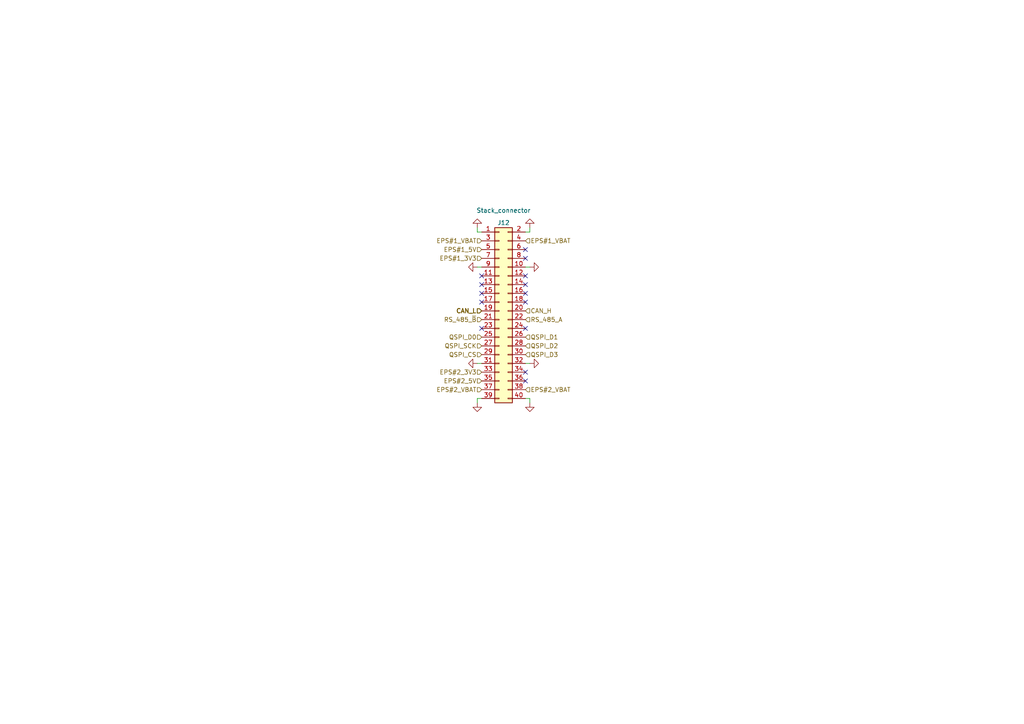
<source format=kicad_sch>
(kicad_sch (version 20211123) (generator eeschema)
  (paper "A4")
  (title_block (title "BUTCube - EPS") (date "2021-06-01") (rev "v1.0") (company "VUT - FIT(STRaDe) & FME(IAE & IPE)") (comment 1 "Author: Petr Malaník"))
  (lib_symbols
    (symbol "Connector_Generic:Conn_02x20_Odd_Even" (pin_names (offset 1.016) hide)
      (property "Reference" "J" (at 1.27 25.4 0))
      (property "Value" "Conn_02x20_Odd_Even" (at 1.27 -27.94 0))
      (symbol "Conn_02x20_Odd_Even_1_1"
        (rectangle (start -1.27 -25.273) (end 0 -25.527) (stroke (width 0.1524)))
        (rectangle (start -1.27 -22.733) (end 0 -22.987) (stroke (width 0.1524)))
        (rectangle (start -1.27 -20.193) (end 0 -20.447) (stroke (width 0.1524)))
        (rectangle (start -1.27 -17.653) (end 0 -17.907) (stroke (width 0.1524)))
        (rectangle (start -1.27 -15.113) (end 0 -15.367) (stroke (width 0.1524)))
        (rectangle (start -1.27 -12.573) (end 0 -12.827) (stroke (width 0.1524)))
        (rectangle (start -1.27 -10.033) (end 0 -10.287) (stroke (width 0.1524)))
        (rectangle (start -1.27 -7.493) (end 0 -7.747) (stroke (width 0.1524)))
        (rectangle (start -1.27 -4.953) (end 0 -5.207) (stroke (width 0.1524)))
        (rectangle (start -1.27 -2.413) (end 0 -2.667) (stroke (width 0.1524)))
        (rectangle (start -1.27 0.127) (end 0 -0.127) (stroke (width 0.1524)))
        (rectangle (start -1.27 2.667) (end 0 2.413) (stroke (width 0.1524)))
        (rectangle (start -1.27 5.207) (end 0 4.953) (stroke (width 0.1524)))
        (rectangle (start -1.27 7.747) (end 0 7.493) (stroke (width 0.1524)))
        (rectangle (start -1.27 10.287) (end 0 10.033) (stroke (width 0.1524)))
        (rectangle (start -1.27 12.827) (end 0 12.573) (stroke (width 0.1524)))
        (rectangle (start -1.27 15.367) (end 0 15.113) (stroke (width 0.1524)))
        (rectangle (start -1.27 17.907) (end 0 17.653) (stroke (width 0.1524)))
        (rectangle (start -1.27 20.447) (end 0 20.193) (stroke (width 0.1524)))
        (rectangle (start -1.27 22.987) (end 0 22.733) (stroke (width 0.1524)))
        (rectangle (start -1.27 24.13) (end 3.81 -26.67) (stroke (width 0.254)) (fill (type background)))
        (rectangle (start 3.81 -25.273) (end 2.54 -25.527) (stroke (width 0.1524)))
        (rectangle (start 3.81 -22.733) (end 2.54 -22.987) (stroke (width 0.1524)))
        (rectangle (start 3.81 -20.193) (end 2.54 -20.447) (stroke (width 0.1524)))
        (rectangle (start 3.81 -17.653) (end 2.54 -17.907) (stroke (width 0.1524)))
        (rectangle (start 3.81 -15.113) (end 2.54 -15.367) (stroke (width 0.1524)))
        (rectangle (start 3.81 -12.573) (end 2.54 -12.827) (stroke (width 0.1524)))
        (rectangle (start 3.81 -10.033) (end 2.54 -10.287) (stroke (width 0.1524)))
        (rectangle (start 3.81 -7.493) (end 2.54 -7.747) (stroke (width 0.1524)))
        (rectangle (start 3.81 -4.953) (end 2.54 -5.207) (stroke (width 0.1524)))
        (rectangle (start 3.81 -2.413) (end 2.54 -2.667) (stroke (width 0.1524)))
        (rectangle (start 3.81 0.127) (end 2.54 -0.127) (stroke (width 0.1524)))
        (rectangle (start 3.81 2.667) (end 2.54 2.413) (stroke (width 0.1524)))
        (rectangle (start 3.81 5.207) (end 2.54 4.953) (stroke (width 0.1524)))
        (rectangle (start 3.81 7.747) (end 2.54 7.493) (stroke (width 0.1524)))
        (rectangle (start 3.81 10.287) (end 2.54 10.033) (stroke (width 0.1524)))
        (rectangle (start 3.81 12.827) (end 2.54 12.573) (stroke (width 0.1524)))
        (rectangle (start 3.81 15.367) (end 2.54 15.113) (stroke (width 0.1524)))
        (rectangle (start 3.81 17.907) (end 2.54 17.653) (stroke (width 0.1524)))
        (rectangle (start 3.81 20.447) (end 2.54 20.193) (stroke (width 0.1524)))
        (rectangle (start 3.81 22.987) (end 2.54 22.733) (stroke (width 0.1524)))
        (pin passive line (at -5.08 22.86 0) (length 3.81) (name "Pin_1") (number "1"))
        (pin passive line (at 7.62 12.7 180) (length 3.81) (name "Pin_10") (number "10"))
        (pin passive line (at -5.08 10.16 0) (length 3.81) (name "Pin_11") (number "11"))
        (pin passive line (at 7.62 10.16 180) (length 3.81) (name "Pin_12") (number "12"))
        (pin passive line (at -5.08 7.62 0) (length 3.81) (name "Pin_13") (number "13"))
        (pin passive line (at 7.62 7.62 180) (length 3.81) (name "Pin_14") (number "14"))
        (pin passive line (at -5.08 5.08 0) (length 3.81) (name "Pin_15") (number "15"))
        (pin passive line (at 7.62 5.08 180) (length 3.81) (name "Pin_16") (number "16"))
        (pin passive line (at -5.08 2.54 0) (length 3.81) (name "Pin_17") (number "17"))
        (pin passive line (at 7.62 2.54 180) (length 3.81) (name "Pin_18") (number "18"))
        (pin passive line (at -5.08 0 0) (length 3.81) (name "Pin_19") (number "19"))
        (pin passive line (at 7.62 22.86 180) (length 3.81) (name "Pin_2") (number "2"))
        (pin passive line (at 7.62 0 180) (length 3.81) (name "Pin_20") (number "20"))
        (pin passive line (at -5.08 -2.54 0) (length 3.81) (name "Pin_21") (number "21"))
        (pin passive line (at 7.62 -2.54 180) (length 3.81) (name "Pin_22") (number "22"))
        (pin passive line (at -5.08 -5.08 0) (length 3.81) (name "Pin_23") (number "23"))
        (pin passive line (at 7.62 -5.08 180) (length 3.81) (name "Pin_24") (number "24"))
        (pin passive line (at -5.08 -7.62 0) (length 3.81) (name "Pin_25") (number "25"))
        (pin passive line (at 7.62 -7.62 180) (length 3.81) (name "Pin_26") (number "26"))
        (pin passive line (at -5.08 -10.16 0) (length 3.81) (name "Pin_27") (number "27"))
        (pin passive line (at 7.62 -10.16 180) (length 3.81) (name "Pin_28") (number "28"))
        (pin passive line (at -5.08 -12.7 0) (length 3.81) (name "Pin_29") (number "29"))
        (pin passive line (at -5.08 20.32 0) (length 3.81) (name "Pin_3") (number "3"))
        (pin passive line (at 7.62 -12.7 180) (length 3.81) (name "Pin_30") (number "30"))
        (pin passive line (at -5.08 -15.24 0) (length 3.81) (name "Pin_31") (number "31"))
        (pin passive line (at 7.62 -15.24 180) (length 3.81) (name "Pin_32") (number "32"))
        (pin passive line (at -5.08 -17.78 0) (length 3.81) (name "Pin_33") (number "33"))
        (pin passive line (at 7.62 -17.78 180) (length 3.81) (name "Pin_34") (number "34"))
        (pin passive line (at -5.08 -20.32 0) (length 3.81) (name "Pin_35") (number "35"))
        (pin passive line (at 7.62 -20.32 180) (length 3.81) (name "Pin_36") (number "36"))
        (pin passive line (at -5.08 -22.86 0) (length 3.81) (name "Pin_37") (number "37"))
        (pin passive line (at 7.62 -22.86 180) (length 3.81) (name "Pin_38") (number "38"))
        (pin passive line (at -5.08 -25.4 0) (length 3.81) (name "Pin_39") (number "39"))
        (pin passive line (at 7.62 20.32 180) (length 3.81) (name "Pin_4") (number "4"))
        (pin passive line (at 7.62 -25.4 180) (length 3.81) (name "Pin_40") (number "40"))
        (pin passive line (at -5.08 17.78 0) (length 3.81) (name "Pin_5") (number "5"))
        (pin passive line (at 7.62 17.78 180) (length 3.81) (name "Pin_6") (number "6"))
        (pin passive line (at -5.08 15.24 0) (length 3.81) (name "Pin_7") (number "7"))
        (pin passive line (at 7.62 15.24 180) (length 3.81) (name "Pin_8") (number "8"))
        (pin passive line (at -5.08 12.7 0) (length 3.81) (name "Pin_9") (number "9"))
      )
    )
    (symbol "power:GND" (power) (pin_names (offset 0))
      (property "Value" "GND" (at 0 -3.81 0))
      (symbol "GND_0_1"
        (polyline (pts (xy 0 0) (xy 0 -1.27) (xy 1.27 -1.27) (xy 0 -2.54) (xy -1.27 -1.27) (xy 0 -1.27)))
      )
      (symbol "GND_1_1"
        (pin power_in line (at 0 0 270) (length 0) hide (name "GND") (number "1"))
      )
    )
  )
  (no_connect (at 152.4 80.01))
  (no_connect (at 139.7 80.01))
  (no_connect (at 139.7 82.55))
  (no_connect (at 139.7 85.09))
  (no_connect (at 139.7 87.63))
  (no_connect (at 139.7 95.25))
  (no_connect (at 152.4 82.55))
  (no_connect (at 152.4 85.09))
  (no_connect (at 152.4 87.63))
  (no_connect (at 152.4 95.25))
  (no_connect (at 152.4 72.39))
  (no_connect (at 152.4 74.93))
  (no_connect (at 152.4 107.95))
  (no_connect (at 152.4 110.49))
  (wire (pts (xy 152.4 67.31) (xy 153.67 67.31)))
  (wire (pts (xy 153.67 67.31) (xy 153.67 66.04)))
  (wire (pts (xy 139.7 105.41) (xy 138.43 105.41)))
  (wire (pts (xy 152.4 105.41) (xy 153.67 105.41)))
  (wire (pts (xy 138.43 66.04) (xy 138.43 67.31)))
  (wire (pts (xy 138.43 67.31) (xy 139.7 67.31)))
  (wire (pts (xy 152.4 77.47) (xy 153.67 77.47)))
  (wire (pts (xy 139.7 77.47) (xy 138.43 77.47)))
  (wire (pts (xy 138.43 115.57) (xy 139.7 115.57)))
  (wire (pts (xy 138.43 116.84) (xy 138.43 115.57)))
  (wire (pts (xy 152.4 115.57) (xy 153.67 115.57)))
  (wire (pts (xy 153.67 115.57) (xy 153.67 116.84)))
  (hierarchical_label "EPS#2_3V3" (shape input) (at 139.7 107.95 180))
  (hierarchical_label "EPS#1_VBAT" (shape input) (at 152.4 69.85 0))
  (hierarchical_label "QSPI_SCK" (shape input) (at 139.7 100.33 180))
  (hierarchical_label "EPS#2_5V" (shape input) (at 139.7 110.49 180))
  (hierarchical_label "RS_485_A" (shape input) (at 152.4 92.71 0))
  (hierarchical_label "QSPI_D2" (shape input) (at 152.4 100.33 0))
  (hierarchical_label "CAN_H" (shape input) (at 152.4 90.17 0))
  (hierarchical_label "QSPI_D0" (shape input) (at 139.7 97.79 180))
  (hierarchical_label "QSPI_D1" (shape input) (at 152.4 97.79 0))
  (hierarchical_label "EPS#1_3V3" (shape input) (at 139.7 74.93 180))
  (hierarchical_label "EPS#2_VBAT" (shape input) (at 139.7 113.03 180))
  (hierarchical_label "EPS#2_VBAT" (shape input) (at 152.4 113.03 0))
  (hierarchical_label "RS_485_~{B}" (shape input) (at 139.7 92.71 180))
  (hierarchical_label "EPS#1_VBAT" (shape input) (at 139.7 69.85 180))
  (hierarchical_label "QSPI_D3" (shape input) (at 152.4 102.87 0))
  (hierarchical_label "QSPI_CS" (shape input) (at 139.7 102.87 180))
  (hierarchical_label "CAN_L" (shape input) (at 139.7 90.17 180) (effects (font (thickness 0.254))))
  (hierarchical_label "EPS#1_5V" (shape input) (at 139.7 72.39 180))
  (symbol (lib_id "power:GND") (at 138.43 116.84 0) (unit 1)
    (property "Reference" "#PWR099" (effects hide))
    (property "Value" "GND" (effects hide))
  )
  (symbol (lib_id "Connector_Generic:Conn_02x20_Odd_Even") (at 144.78 90.17 0) (unit 1)
    (property "Reference" "J12" (at 146.05 64.6134 0))
    (property "Value" "Stack_connector" (at 146.05 61.0385 0))
    (property "Footprint" "Connector_PinSocket_2.54mm:PinSocket_2x20_P2.54mm_Vertical" (effects hide))
  )
  (symbol (lib_id "power:GND") (at 138.43 66.04 180) (unit 1)
    (property "Reference" "#PWR096" (effects hide))
    (property "Value" "GND" (effects hide))
  )
  (symbol (lib_id "power:GND") (at 153.67 77.47 90) (unit 1)
    (property "Reference" "#PWR0101" (effects hide))
    (property "Value" "GND" (effects hide))
  )
  (symbol (lib_id "power:GND") (at 138.43 77.47 270) (unit 1)
    (property "Reference" "#PWR097" (effects hide))
    (property "Value" "GND" (effects hide))
  )
  (symbol (lib_id "power:GND") (at 138.43 105.41 270) (unit 1)
    (property "Reference" "#PWR098" (effects hide))
    (property "Value" "GND" (effects hide))
  )
  (symbol (lib_id "power:GND") (at 153.67 116.84 0) (unit 1)
    (property "Reference" "#PWR0103" (effects hide))
    (property "Value" "GND" (effects hide))
  )
  (symbol (lib_id "power:GND") (at 153.67 66.04 180) (unit 1)
    (property "Reference" "#PWR0100" (effects hide))
    (property "Value" "GND" (effects hide))
  )
  (symbol (lib_id "power:GND") (at 153.67 105.41 90) (unit 1)
    (property "Reference" "#PWR0102" (effects hide))
    (property "Value" "GND" (effects hide))
  )
)
</source>
